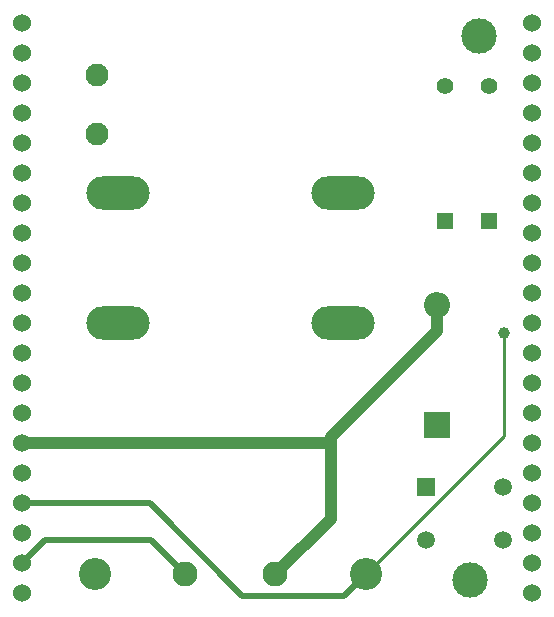
<source format=gbr>
%TF.GenerationSoftware,KiCad,Pcbnew,8.0.8*%
%TF.CreationDate,2025-02-03T20:55:48-05:00*%
%TF.ProjectId,AMS Latching Module V2.0,414d5320-4c61-4746-9368-696e67204d6f,rev?*%
%TF.SameCoordinates,Original*%
%TF.FileFunction,Copper,L2,Bot*%
%TF.FilePolarity,Positive*%
%FSLAX46Y46*%
G04 Gerber Fmt 4.6, Leading zero omitted, Abs format (unit mm)*
G04 Created by KiCad (PCBNEW 8.0.8) date 2025-02-03 20:55:48*
%MOMM*%
%LPD*%
G01*
G04 APERTURE LIST*
%TA.AperFunction,ComponentPad*%
%ADD10C,3.000000*%
%TD*%
%TA.AperFunction,ComponentPad*%
%ADD11C,1.524000*%
%TD*%
%TA.AperFunction,ComponentPad*%
%ADD12R,1.498600X1.498600*%
%TD*%
%TA.AperFunction,ComponentPad*%
%ADD13C,1.498600*%
%TD*%
%TA.AperFunction,ComponentPad*%
%ADD14O,5.350000X2.850000*%
%TD*%
%TA.AperFunction,ComponentPad*%
%ADD15C,2.717800*%
%TD*%
%TA.AperFunction,ComponentPad*%
%ADD16C,2.108200*%
%TD*%
%TA.AperFunction,ComponentPad*%
%ADD17R,1.397000X1.397000*%
%TD*%
%TA.AperFunction,ComponentPad*%
%ADD18C,1.397000*%
%TD*%
%TA.AperFunction,ComponentPad*%
%ADD19C,1.950000*%
%TD*%
%TA.AperFunction,ComponentPad*%
%ADD20R,2.200000X2.200000*%
%TD*%
%TA.AperFunction,ComponentPad*%
%ADD21O,2.200000X2.200000*%
%TD*%
%TA.AperFunction,ViaPad*%
%ADD22C,1.000000*%
%TD*%
%TA.AperFunction,Conductor*%
%ADD23C,1.000000*%
%TD*%
%TA.AperFunction,Conductor*%
%ADD24C,0.500000*%
%TD*%
%TA.AperFunction,Conductor*%
%ADD25C,0.250000*%
%TD*%
G04 APERTURE END LIST*
D10*
%TO.P,Safety Loop,1,1*%
%TO.N,Net-(J3-Pad7)*%
X89500000Y-51900000D03*
%TD*%
D11*
%TO.P,J3,1,1*%
%TO.N,Net-(J3-Pad1)*%
X50800000Y-99060000D03*
%TO.P,J3,2,2*%
%TO.N,Net-(D1-K)*%
X50800000Y-96520000D03*
%TO.P,J3,3,3*%
%TO.N,/Vs*%
X50800000Y-93980000D03*
%TO.P,J3,4,4*%
%TO.N,Net-(D4-A)*%
X50800000Y-91440000D03*
%TO.P,J3,5,5*%
%TO.N,Net-(J3-Pad1)*%
X50800000Y-88900000D03*
%TO.P,J3,6,6*%
%TO.N,/GND*%
X50800000Y-86360000D03*
%TO.P,J3,7,7*%
%TO.N,Net-(J3-Pad7)*%
X50800000Y-83820000D03*
%TO.P,J3,8,8*%
%TO.N,unconnected-(J3-Pad8)*%
X50800000Y-81280000D03*
%TO.P,J3,9,9*%
%TO.N,unconnected-(J3-Pad9)*%
X50800000Y-78740000D03*
%TO.P,J3,10,10*%
%TO.N,unconnected-(J3-Pad10)*%
X50800000Y-76200000D03*
%TO.P,J3,11,11*%
%TO.N,unconnected-(J3-Pad11)*%
X50800000Y-73660000D03*
%TO.P,J3,12,12*%
%TO.N,unconnected-(J3-Pad12)*%
X50800000Y-71120000D03*
%TO.P,J3,13,13*%
%TO.N,unconnected-(J3-Pad13)*%
X50800000Y-68580000D03*
%TO.P,J3,14,14*%
%TO.N,unconnected-(J3-Pad14)*%
X50800000Y-66040000D03*
%TO.P,J3,15,15*%
%TO.N,unconnected-(J3-Pad15)*%
X50800000Y-63500000D03*
%TO.P,J3,16,16*%
%TO.N,unconnected-(J3-Pad16)*%
X50800000Y-60960000D03*
%TO.P,J3,17,17*%
%TO.N,unconnected-(J3-Pad17)*%
X50800000Y-58420000D03*
%TO.P,J3,18,18*%
%TO.N,unconnected-(J3-Pad18)*%
X50800000Y-55880000D03*
%TO.P,J3,19,19*%
%TO.N,unconnected-(J3-Pad19)*%
X50800000Y-53340000D03*
%TO.P,J3,20,20*%
%TO.N,unconnected-(J3-Pad20)*%
X50800000Y-50800000D03*
%TD*%
D12*
%TO.P,AMS RESET,1,1*%
%TO.N,Net-(D1-K)*%
X85019999Y-90070000D03*
D13*
%TO.P,AMS RESET,2,2*%
%TO.N,N/C*%
X91520000Y-90070000D03*
%TO.P,AMS RESET,3*%
X85019999Y-94570001D03*
%TO.P,AMS RESET,4*%
%TO.N,Net-(J3-Pad1)*%
X91520000Y-94570001D03*
%TD*%
D14*
%TO.P,K1,1,1*%
%TO.N,Net-(J4-Pad2)*%
X58920000Y-65159999D03*
%TO.P,K1,2,2*%
%TO.N,Net-(J3-Pad1)*%
X58920000Y-76160000D03*
D15*
%TO.P,K1,3,3*%
%TO.N,/Vs*%
X56970000Y-97460000D03*
D16*
%TO.P,K1,4,4*%
%TO.N,Net-(D1-K)*%
X64620000Y-97460000D03*
%TO.P,K1,5,5*%
%TO.N,/GND*%
X72220000Y-97460000D03*
D15*
%TO.P,K1,6,6*%
%TO.N,Net-(D4-A)*%
X79870000Y-97460000D03*
D14*
%TO.P,K1,7,7*%
%TO.N,Net-(D1-K)*%
X77919998Y-76160000D03*
%TO.P,K1,8,8*%
%TO.N,Net-(J3-Pad7)*%
X77919998Y-65159999D03*
%TD*%
D17*
%TO.P,R2,1*%
%TO.N,/GND*%
X90300000Y-67530000D03*
D18*
%TO.P,R2,2*%
%TO.N,Net-(D4-K)*%
X90300000Y-56100000D03*
%TD*%
D19*
%TO.P,J4,1*%
%TO.N,unconnected-(J4-Pad1)*%
X57130000Y-55150000D03*
%TO.P,J4,2*%
%TO.N,Net-(J4-Pad2)*%
X57130000Y-60150000D03*
%TD*%
D10*
%TO.P,TP1,1,1*%
%TO.N,Net-(J3-Pad1)*%
X88720000Y-97970000D03*
%TD*%
D17*
%TO.P,R1,1*%
%TO.N,/GND*%
X86600000Y-67530000D03*
D18*
%TO.P,R1,2*%
%TO.N,Net-(D4-K)*%
X86600000Y-56100000D03*
%TD*%
D11*
%TO.P,J2,1,1*%
%TO.N,N/C*%
X94000000Y-99060000D03*
%TO.P,J2,2,2*%
X94000000Y-96520000D03*
%TO.P,J2,3,3*%
X94000000Y-93980000D03*
%TO.P,J2,4,4*%
X94000000Y-91440000D03*
%TO.P,J2,5,5*%
X94000000Y-88900000D03*
%TO.P,J2,6,6*%
X94000000Y-86360000D03*
%TO.P,J2,7,7*%
X94000000Y-83820000D03*
%TO.P,J2,8,8*%
X94000000Y-81280000D03*
%TO.P,J2,9,9*%
X94000000Y-78740000D03*
%TO.P,J2,10,10*%
X94000000Y-76200000D03*
%TO.P,J2,11,11*%
X94000000Y-73660000D03*
%TO.P,J2,12,12*%
X94000000Y-71120000D03*
%TO.P,J2,13,13*%
X94000000Y-68580000D03*
%TO.P,J2,14,14*%
X94000000Y-66040000D03*
%TO.P,J2,15,15*%
X94000000Y-63500000D03*
%TO.P,J2,16,16*%
X94000000Y-60960000D03*
%TO.P,J2,17,17*%
X94000000Y-58420000D03*
%TO.P,J2,18,18*%
X94000000Y-55880000D03*
%TO.P,J2,19,19*%
X94000000Y-53340000D03*
%TO.P,J2,20,20*%
X94000000Y-50800000D03*
%TD*%
D20*
%TO.P,D3,1,K*%
%TO.N,Net-(D1-K)*%
X85920000Y-84790000D03*
D21*
%TO.P,D3,2,A*%
%TO.N,/GND*%
X85920000Y-74630000D03*
%TD*%
D22*
%TO.N,Net-(D4-A)*%
X91620000Y-77000000D03*
%TD*%
D23*
%TO.N,/GND*%
X85920000Y-76870000D02*
X85920000Y-74630000D01*
X76940000Y-86360000D02*
X76940000Y-85850000D01*
X76940000Y-86360000D02*
X76940000Y-92740000D01*
X76940000Y-92740000D02*
X72220000Y-97460000D01*
X76940000Y-85850000D02*
X85920000Y-76870000D01*
X76940000Y-86360000D02*
X50800000Y-86360000D01*
D24*
%TO.N,Net-(D1-K)*%
X61730000Y-94570000D02*
X52750000Y-94570000D01*
X64620000Y-97460000D02*
X61730000Y-94570000D01*
X52750000Y-94570000D02*
X50800000Y-96520000D01*
D25*
%TO.N,Net-(D4-A)*%
X91620000Y-85710000D02*
X79870000Y-97460000D01*
X79870000Y-97460000D02*
X79870000Y-96440000D01*
X91620000Y-85710000D02*
X91620000Y-77000000D01*
D24*
X50800000Y-91440000D02*
X61590000Y-91440000D01*
X78060000Y-99270000D02*
X79870000Y-97460000D01*
X61590000Y-91440000D02*
X69420000Y-99270000D01*
X69420000Y-99270000D02*
X78060000Y-99270000D01*
%TD*%
M02*

</source>
